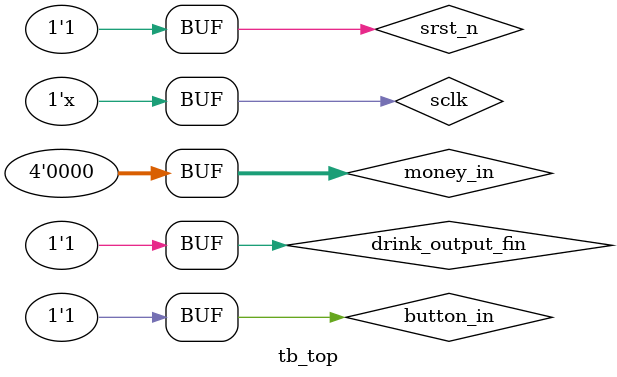
<source format=v>

`timescale 10ns / 10ns
module tb_top ();
	/////////////////////////////////////////////
	// parameter and signals
	/////////////////////////////////////////////
	// parameter

	// regs or wires
	reg sclk = 0;
	reg srst_n = 0;

	reg [3:0] money_in;
	reg 	  button_in;
	reg 	  drink_output_fin;
	/////////////////////////////////////////////
	// main code
	/////////////////////////////////////////////
	// System clock
	always #10 sclk = ~sclk;

	//inital
	initial begin
		#0
			srst_n = 0;
		#0 money_in = 4'b0000;
		#0 button_in = 1;
		#0 drink_output_fin = 1;
		#30
			srst_n = 1;
		#20 money_in = 4'b1000;
		#10 money_in = 4'b0000;
		#20 button_in = 0;
		#100 button_in = 1;
		#30 drink_output_fin = 0;
		#10 drink_output_fin = 1;
	end

	wire drink_contral;
	wire [3:0] money_out_contral;
	// models
	top top_inst(
		     .clk(sclk),
		     .money_in(money_in),
		     .button_in(button_in),
		     .drink_output_fin,
		     .rst(srst_n),
		     .drink_contral(drink_contral),
		     .money_out_contral(money_out_contral)
   		     );

	/////////////////////////////////////////////
	// code end
	/////////////////////////////////////////////
endmodule

</source>
